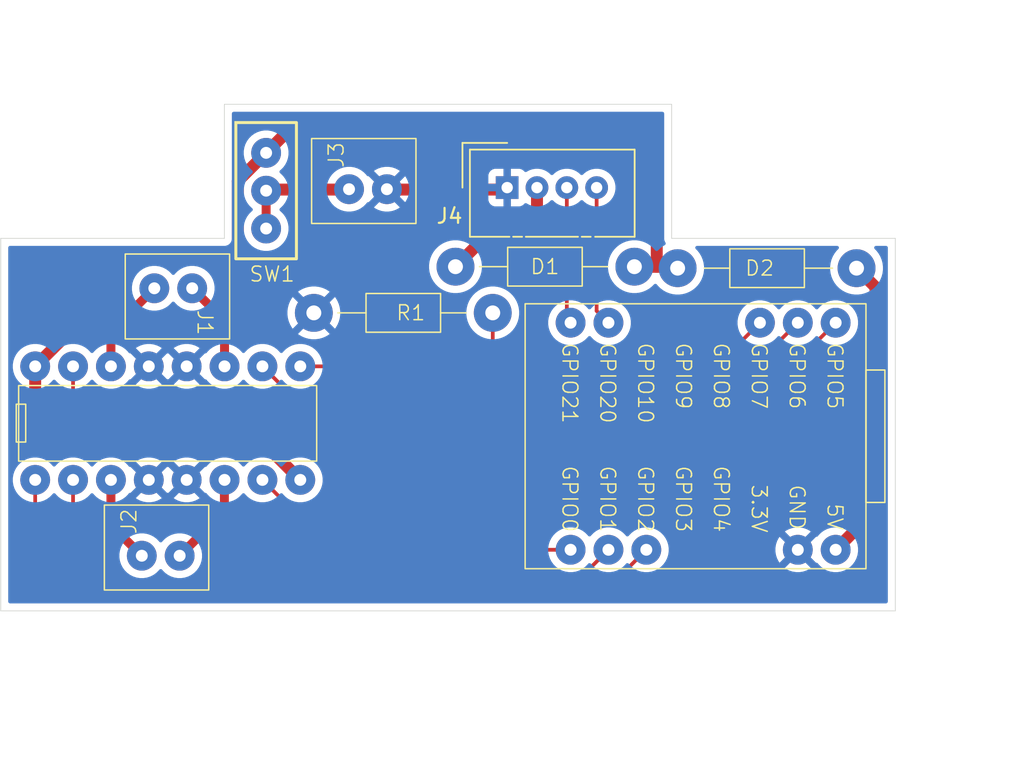
<source format=kicad_pcb>
(kicad_pcb (version 20241229) (generator "pcbnew") (generator_version "9.0")
  (layers (0 "F.Cu" signal) (2 "B.Cu" signal) (13 "F.Paste" user) (15 "B.Paste" user) (5 "F.SilkS" user "F.Silkscreen") (7 "B.SilkS" user "B.Silkscreen") (1 "F.Mask" user) (3 "B.Mask" user) (25 "Edge.Cuts" user))
  (net 0 "")
  (net 1 "Net-(J4-Pin_2)")
  (net 2 "Net-(SW1-A)")
  (net 3 "+5V")
  (net 4 "GND")
  (net 5 "Net-(J4-Pin_3)")
  (net 6 "Net-(J4-Pin_4)")
  (net 7 "Net-(U1-GPIO7)")
  (net 8 "Net-(U1-GPIO6)")
  (net 9 "Net-(U1-GPIO5)")
  (net 10 "Net-(U1-GPIO2)")
  (net 11 "Net-(U1-GPIO0)")
  (net 12 "Net-(U1-GPIO1)")
  (net 13 "Net-(U2-4Y)")
  (net 14 "Net-(U2-3Y)")
  (net 15 "Net-(U2-1Y)")
  (net 16 "Net-(U2-2Y)")
  (net 17 "Net-(SW1-B)")
  (footprint "Gilles_Library:L293D" (layer "F.Cu") (at 182.4 72.4 90)
    (property "Reference" "U2" (hide yes))
    (property "Value" "L293D" (hide yes))
    (fp_rect (start -1.27 -10.16) (end 1.27 -9.525) (stroke (width 0.1)) (fill no) (layer "F.SilkS"))
    (fp_rect (start -2.55 -10) (end 2.52 9.99) (stroke (width 0.1)) (fill no) (layer "F.SilkS"))
    (pad "1" thru_hole circle (at -3.81 -8.89 90) (size 2 2) (drill 0.8) (layers "*.Cu" "*.Mask") (net 10 "Net-(U1-GPIO2)"))
    (pad "2" thru_hole circle (at -3.81 -6.35 90) (size 2 2) (drill 0.8) (layers "*.Cu" "*.Mask") (net 12 "Net-(U1-GPIO1)"))
    (pad "3" thru_hole circle (at -3.81 -3.81 90) (size 2 2) (drill 0.8) (layers "*.Cu" "*.Mask") (net 15 "Net-(U2-1Y)"))
    (pad "4" thru_hole circle (at -3.81 -1.27 90) (size 2 2) (drill 0.8) (layers "*.Cu" "*.Mask") (net 4 "GND"))
    (pad "5" thru_hole circle (at -3.81 1.27 90) (size 2 2) (drill 0.8) (layers "*.Cu" "*.Mask") (net 4 "GND"))
    (pad "6" thru_hole circle (at -3.81 3.81 90) (size 2 2) (drill 0.8) (layers "*.Cu" "*.Mask") (net 16 "Net-(U2-2Y)"))
    (pad "7" thru_hole circle (at -3.81 6.35 90) (size 2 2) (drill 0.8) (layers "*.Cu" "*.Mask") (net 11 "Net-(U1-GPIO0)"))
    (pad "8" thru_hole circle (at -3.81 8.89 90) (size 2 2) (drill 0.8) (layers "*.Cu" "*.Mask") (net 2 "Net-(SW1-A)"))
    (pad "9" thru_hole circle (at 3.81 8.89 90) (size 2 2) (drill 0.8) (layers "*.Cu" "*.Mask") (net 7 "Net-(U1-GPIO7)"))
    (pad "10" thru_hole circle (at 3.81 6.35 90) (size 2 2) (drill 0.8) (layers "*.Cu" "*.Mask") (net 8 "Net-(U1-GPIO6)"))
    (pad "11" thru_hole circle (at 3.81 3.81 90) (size 2 2) (drill 0.8) (layers "*.Cu" "*.Mask") (net 13 "Net-(U2-4Y)"))
    (pad "12" thru_hole circle (at 3.81 1.27 90) (size 2 2) (drill 0.8) (layers "*.Cu" "*.Mask") (net 4 "GND"))
    (pad "13" thru_hole circle (at 3.81 -1.27 90) (size 2 2) (drill 0.8) (layers "*.Cu" "*.Mask") (net 4 "GND"))
    (pad "14" thru_hole circle (at 3.81 -3.81 90) (size 2 2) (drill 0.8) (layers "*.Cu" "*.Mask") (net 14 "Net-(U2-3Y)"))
    (pad "15" thru_hole circle (at 3.81 -6.35 90) (size 2 2) (drill 0.8) (layers "*.Cu" "*.Mask") (net 9 "Net-(U1-GPIO5)"))
    (pad "16" thru_hole circle (at 3.81 -8.89 90) (size 2 2) (drill 0.8) (layers "*.Cu" "*.Mask") (net 2 "Net-(SW1-A)"))
  )
  (footprint "Gilles_Library:1N5818" (layer "F.Cu") (at 207.7 61.9 -90)
    (property "Reference" "D1" (at 0 0 0) (layer "F.SilkS") (effects (font (thickness 0.1))))
    (property "Value" "1N5818" (hide yes))
    (fp_line (start 0 4.39) (end 0 2.5) (stroke (width 0.1)) (layer "F.SilkS"))
    (fp_line (start 0 -2.5) (end 0 -4.22) (stroke (width 0.1)) (layer "F.SilkS"))
    (fp_rect (start -1.3 -2.5) (end 1.3 2.5) (stroke (width 0.1)) (fill no) (layer "F.SilkS"))
    (pad "1" thru_hole circle (at 0 -6 270) (size 2.54 2.54) (drill 1) (layers "*.Cu" "*.Mask") (net 2 "Net-(SW1-A)"))
    (pad "2" thru_hole circle (at 0 6 270) (size 2.54 2.54) (drill 1) (layers "*.Cu" "*.Mask") (net 1 "Net-(J4-Pin_2)"))
  )
  (footprint "Gilles_Library:XH2.54_2P_soc" (layer "F.Cu") (at 183.2 81.3 90)
    (property "Reference" "J2" (at 2.3 -3.4 90) (layer "F.SilkS") (effects (font (thickness 0.1))))
    (property "Value" "XH2.54_2P_socket" (hide yes))
    (fp_rect (start -2.3 -5.05) (end 3.4 1.95) (stroke (width 0.1)) (fill no) (layer "F.SilkS"))
    (pad "1" thru_hole circle (at 0 0 90) (size 2 2) (drill 0.8) (layers "*.Cu" "*.Mask") (net 16 "Net-(U2-2Y)"))
    (pad "2" thru_hole circle (at 0 -2.54 90) (size 2 2) (drill 0.8) (layers "*.Cu" "*.Mask") (net 15 "Net-(U2-1Y)"))
  )
  (footprint "Gilles_Library:1N5818" (layer "F.Cu") (at 198.2 65 -90)
    (property "Reference" "R1" (at 0 -0.5 0) (layer "F.SilkS") (effects (font (thickness 0.1))))
    (property "Value" "12k" (hide yes))
    (fp_line (start 0 4.39) (end 0 2.5) (stroke (width 0.1)) (layer "F.SilkS"))
    (fp_line (start 0 -2.5) (end 0 -4.22) (stroke (width 0.1)) (layer "F.SilkS"))
    (fp_rect (start -1.3 -2.5) (end 1.3 2.5) (stroke (width 0.1)) (fill no) (layer "F.SilkS"))
    (pad "1" thru_hole circle (at 0 -6 270) (size 2.54 2.54) (drill 1) (layers "*.Cu" "*.Mask") (net 7 "Net-(U1-GPIO7)"))
    (pad "2" thru_hole circle (at 0 6 270) (size 2.54 2.54) (drill 1) (layers "*.Cu" "*.Mask") (net 4 "GND"))
  )
  (footprint "Connector:NS-Tech_Grove_1x04_P2mm_Vertical" (layer "F.Cu") (at 205.1675 56.5925 90)
    (property "Reference" "J4" (at -1.9075 -3.8675 0) (layer "F.SilkS"))
    (property "Value" "Conn_01x04_Socket" (hide yes))
    (fp_line (start 3 -3) (end 3 0) (stroke (width 0.12)) (layer "F.SilkS"))
    (fp_line (start 0 -3) (end 3 -3) (stroke (width 0.12)) (layer "F.SilkS"))
    (fp_line (start 2.55 -2.5) (end 2.55 8.55) (stroke (width 0.12)) (layer "F.SilkS"))
    (fp_line (start -3.3 -2.5) (end 2.55 -2.5) (stroke (width 0.12)) (layer "F.SilkS"))
    (fp_line (start -3.3 -2.5) (end -3.3 0.15) (stroke (width 0.12)) (layer "F.SilkS"))
    (fp_line (start -3.3 0.4) (end -3.3 1) (stroke (width 0.12)) (layer "F.SilkS"))
    (fp_line (start -3.3 1.25) (end -3.3 4.75) (stroke (width 0.12)) (layer "F.SilkS"))
    (fp_line (start -3.3 5) (end -3.3 5.6) (stroke (width 0.12)) (layer "F.SilkS"))
    (fp_line (start -3.3 5.9) (end -3.3 8.55) (stroke (width 0.12)) (layer "F.SilkS"))
    (fp_line (start -3.3 8.55) (end 2.55 8.55) (stroke (width 0.12)) (layer "F.SilkS"))
    (pad "1" thru_hole rect (at 0 0 90) (size 1.524 1.524) (drill 0.762) (layers "*.Cu" "*.Mask") (net 4 "GND"))
    (pad "2" thru_hole circle (at 0 2 90) (size 1.524 1.524) (drill 0.762) (layers "*.Cu" "*.Mask") (net 1 "Net-(J4-Pin_2)"))
    (pad "3" thru_hole circle (at 0 4 90) (size 1.524 1.524) (drill 0.762) (layers "*.Cu" "*.Mask") (net 5 "Net-(J4-Pin_3)"))
    (pad "4" thru_hole circle (at 0 6 90) (size 1.524 1.524) (drill 0.762) (layers "*.Cu" "*.Mask") (net 6 "Net-(J4-Pin_4)"))
  )
  (footprint "Gilles_Library:1N5818" (layer "F.Cu") (at 222.6 62 90)
    (property "Reference" "D2" (at 0 -0.5 0) (layer "F.SilkS") (effects (font (thickness 0.1))))
    (property "Value" "1N5818" (hide yes))
    (fp_line (start 0 -2.5) (end 0 -4.22) (stroke (width 0.1)) (layer "F.SilkS"))
    (fp_line (start 0 4.39) (end 0 2.5) (stroke (width 0.1)) (layer "F.SilkS"))
    (fp_rect (start -1.3 -2.5) (end 1.3 2.5) (stroke (width 0.1)) (fill no) (layer "F.SilkS"))
    (pad "1" thru_hole circle (at 0 -6 90) (size 2.54 2.54) (drill 1) (layers "*.Cu" "*.Mask") (net 2 "Net-(SW1-A)"))
    (pad "2" thru_hole circle (at 0 6 90) (size 2.54 2.54) (drill 1) (layers "*.Cu" "*.Mask") (net 3 "+5V"))
  )
  (footprint "robot:ESP32-C3_SUPERMINI" (layer "F.Cu") (at 218.31 73.28 -90)
    (property "Reference" "U1" (hide yes))
    (property "Value" "ESP32-C3_SUPERMINI" (hide yes))
    (fp_rect (start -8.89 -10.922) (end 8.89 11.938) (stroke (width 0.1)) (fill no) (layer "F.SilkS"))
    (fp_rect (start -4.445 -12.192) (end 4.445 -10.922) (stroke (width 0.1)) (fill no) (layer "F.SilkS"))
    (fp_text user "GPIO9" (at -6.35 1.905 270) (layer "F.SilkS") (effects (font (thickness 0.1)) (justify left bottom)))
    (fp_text user "5V" (at 4.445 -8.255 270) (layer "F.SilkS") (effects (font (thickness 0.1)) (justify left bottom)))
    (fp_text user "GPIO7" (at -6.35 -3.175 270) (layer "F.SilkS") (effects (font (thickness 0.1)) (justify left bottom)))
    (fp_text user "3.3V" (at 3.175 -3.175 270) (layer "F.SilkS") (effects (font (thickness 0.1)) (justify left bottom)))
    (fp_text user "GPIO1" (at 1.905 6.985 270) (layer "F.SilkS") (effects (font (thickness 0.1)) (justify left bottom)))
    (fp_text user "GPIO0" (at 1.905 9.525 270) (layer "F.SilkS") (effects (font (thickness 0.1)) (justify left bottom)))
    (fp_text user "GPIO21" (at -6.35 9.525 270) (layer "F.SilkS") (effects (font (thickness 0.1)) (justify left bottom)))
    (fp_text user "GPIO6" (at -6.35 -5.715 270) (layer "F.SilkS") (effects (font (thickness 0.1)) (justify left bottom)))
    (fp_text user "GPIO8" (at -6.35 -0.635 270) (layer "F.SilkS") (effects (font (thickness 0.1)) (justify left bottom)))
    (fp_text user "GPIO10" (at -6.35 4.445 270) (layer "F.SilkS") (effects (font (thickness 0.1)) (justify left bottom)))
    (fp_text user "GPIO2" (at 1.905 4.445 270) (layer "F.SilkS") (effects (font (thickness 0.1)) (justify left bottom)))
    (fp_text user "GPIO4" (at 1.905 -0.635 270) (layer "F.SilkS") (effects (font (thickness 0.1)) (justify left bottom)))
    (fp_text user "GPIO3" (at 1.905 1.905 270) (layer "F.SilkS") (effects (font (thickness 0.1)) (justify left bottom)))
    (fp_text user "GPIO20" (at -6.35 6.985 270) (layer "F.SilkS") (effects (font (thickness 0.1)) (justify left bottom)))
    (fp_text user "GND" (at 3.175 -5.715 270) (layer "F.SilkS") (effects (font (thickness 0.1)) (justify left bottom)))
    (fp_text user "GPIO5" (at -6.35 -8.255 270) (layer "F.SilkS") (effects (font (thickness 0.1)) (justify left bottom)))
    (pad "1" thru_hole circle (at 7.62 -8.89 270) (size 2 2) (drill 0.8) (layers "*.Cu" "*.Mask") (net 3 "+5V"))
    (pad "2" thru_hole circle (at 7.62 -6.35 270) (size 2 2) (drill 0.8) (layers "*.Cu" "*.Mask") (net 4 "GND"))
    (pad "6" thru_hole circle (at 7.62 3.81 270) (size 2 2) (drill 0.8) (layers "*.Cu" "*.Mask") (net 10 "Net-(U1-GPIO2)"))
    (pad "7" thru_hole circle (at 7.62 6.35 270) (size 2 2) (drill 0.8) (layers "*.Cu" "*.Mask") (net 12 "Net-(U1-GPIO1)"))
    (pad "8" thru_hole circle (at 7.62 8.89 270) (size 2 2) (drill 0.8) (layers "*.Cu" "*.Mask") (net 11 "Net-(U1-GPIO0)"))
    (pad "9" thru_hole circle (at -7.62 -8.89 270) (size 2 2) (drill 0.8) (layers "*.Cu" "*.Mask") (net 9 "Net-(U1-GPIO5)"))
    (pad "10" thru_hole circle (at -7.62 -6.35 270) (size 2 2) (drill 0.8) (layers "*.Cu" "*.Mask") (net 8 "Net-(U1-GPIO6)"))
    (pad "11" thru_hole circle (at -7.62 -3.81 270) (size 2 2) (drill 0.8) (layers "*.Cu" "*.Mask") (net 7 "Net-(U1-GPIO7)"))
    (pad "15" thru_hole circle (at -7.62 6.35 270) (size 2 2) (drill 0.8) (layers "*.Cu" "*.Mask") (net 6 "Net-(J4-Pin_4)"))
    (pad "16" thru_hole circle (at -7.62 8.89 270) (size 2 2) (drill 0.8) (layers "*.Cu" "*.Mask") (net 5 "Net-(J4-Pin_3)"))
  )
  (footprint "Gilles_Library:SW_MINI_X1" (layer "F.Cu") (at 189 56.8)
    (property "Reference" "SW1" (at 0.4 5.6 0) (layer "F.SilkS") (effects (font (thickness 0.1))))
    (property "Value" "SW_MINI_x1" (hide yes))
    (fp_rect (start -2.032 -4.572) (end 2.032 4.572) (stroke (width 0.2)) (fill no) (layer "F.SilkS"))
    (pad "1" thru_hole circle (at 0 -2.54) (size 2 2) (drill 0.8) (layers "*.Cu" "*.Mask") (net 2 "Net-(SW1-A)"))
    (pad "2" thru_hole circle (at 0 0) (size 2 2) (drill 0.8) (layers "*.Cu" "*.Mask") (net 17 "Net-(SW1-B)"))
    (pad "3" thru_hole circle (at 0 2.54) (size 2 2) (drill 0.8) (layers "*.Cu" "*.Mask") (net 17 "Net-(SW1-B)"))
  )
  (footprint "Gilles_Library:XH2.54_2P_soc" (layer "F.Cu") (at 197.1 56.7 90)
    (property "Reference" "J3" (at 2.3 -3.4 90) (layer "F.SilkS") (effects (font (thickness 0.1))))
    (property "Value" "XH2.54_2P_socket" (hide yes))
    (fp_rect (start -2.3 -5.05) (end 3.4 1.95) (stroke (width 0.1)) (fill no) (layer "F.SilkS"))
    (pad "1" thru_hole circle (at 0 0 90) (size 2 2) (drill 0.8) (layers "*.Cu" "*.Mask") (net 4 "GND"))
    (pad "2" thru_hole circle (at 0 -2.54 90) (size 2 2) (drill 0.8) (layers "*.Cu" "*.Mask") (net 17 "Net-(SW1-B)"))
  )
  (footprint "Gilles_Library:XH2.54_2P_soc" (layer "F.Cu") (at 181.5 63.35 -90)
    (property "Reference" "J1" (at 2.3 -3.4 270) (layer "F.SilkS") (effects (font (thickness 0.1))))
    (property "Value" "XH2.54_2P_socket" (hide yes))
    (fp_rect (start -2.3 -5.05) (end 3.4 1.95) (stroke (width 0.1)) (fill no) (layer "F.SilkS"))
    (pad "1" thru_hole circle (at 0 0 270) (size 2 2) (drill 0.8) (layers "*.Cu" "*.Mask") (net 14 "Net-(U2-3Y)"))
    (pad "2" thru_hole circle (at 0 -2.54 270) (size 2 2) (drill 0.8) (layers "*.Cu" "*.Mask") (net 13 "Net-(U2-4Y)"))
  )
  (gr_line (start 186.2 60) (end 186.2 51) (stroke (width 0.05)) (layer "Edge.Cuts"))
  (gr_line (start 231.2 60) (end 231.2 85) (stroke (width 0.05)) (layer "Edge.Cuts"))
  (gr_line (start 216.2 51) (end 216.2 60) (stroke (width 0.05)) (layer "Edge.Cuts"))
  (gr_line (start 216.2 60) (end 231.2 60) (stroke (width 0.05)) (layer "Edge.Cuts"))
  (gr_line (start 186.2 51) (end 216.2 51) (stroke (width 0.05)) (layer "Edge.Cuts"))
  (gr_line (start 171.2 60) (end 186.2 60) (stroke (width 0.05)) (layer "Edge.Cuts"))
  (gr_line (start 171.2 85) (end 171.2 60) (stroke (width 0.05)) (layer "Edge.Cuts"))
  (gr_line (start 231.2 85) (end 171.2 85) (stroke (width 0.05)) (layer "Edge.Cuts"))
  (segment (start 204.7 58.9) (end 206.2 58.9) (width 0.8) (layer "F.Cu") (net 1))
  (segment (start 207.1675 57.9325) (end 207.1675 56.5925) (width 0.8) (layer "F.Cu") (net 1))
  (segment (start 201.7 61.9) (end 204.7 58.9) (width 0.8) (layer "F.Cu") (net 1))
  (segment (start 206.2 58.9) (end 207.1675 57.9325) (width 0.8) (layer "F.Cu") (net 1))
  (segment (start 190.36 52.9) (end 214.2 52.9) (width 0.8) (layer "F.Cu") (net 2))
  (segment (start 173.51 68.59) (end 173.51 71.21) (width 0.8) (layer "F.Cu") (net 2))
  (segment (start 213.7 61.9) (end 215.2 61.9) (width 0.8) (layer "F.Cu") (net 2))
  (segment (start 215.2 61.9) (end 216.5 61.9) (width 0.8) (layer "F.Cu") (net 2))
  (segment (start 216.5 61.9) (end 216.6 62) (width 0.8) (layer "F.Cu") (net 2))
  (segment (start 189.08 74) (end 191.29 76.21) (width 0.8) (layer "F.Cu") (net 2))
  (segment (start 173.51 71.21) (end 176.3 74) (width 0.8) (layer "F.Cu") (net 2))
  (segment (start 187.101 60.899) (end 186.9 61.1) (width 0.8) (layer "F.Cu") (net 2))
  (segment (start 215.2 53.9) (end 215.2 61.9) (width 0.8) (layer "F.Cu") (net 2))
  (segment (start 181 61.1) (end 173.51 68.59) (width 0.8) (layer "F.Cu") (net 2))
  (segment (start 186.9 61.1) (end 181 61.1) (width 0.8) (layer "F.Cu") (net 2))
  (segment (start 189 54.26) (end 187.101 56.159) (width 0.8) (layer "F.Cu") (net 2))
  (segment (start 187.101 56.159) (end 187.101 60.899) (width 0.8) (layer "F.Cu") (net 2))
  (segment (start 213.7 61.9) (end 216.5 61.9) (width 0.8) (layer "F.Cu") (net 2))
  (segment (start 176.3 74) (end 189.08 74) (width 0.8) (layer "F.Cu") (net 2))
  (segment (start 189 54.26) (end 190.36 52.9) (width 0.8) (layer "F.Cu") (net 2))
  (segment (start 214.2 52.9) (end 215.2 53.9) (width 0.8) (layer "F.Cu") (net 2))
  (segment (start 229.87 63.27) (end 229.87 78.23) (width 0.8) (layer "F.Cu") (net 3))
  (segment (start 228.6 62) (end 229.87 63.27) (width 0.8) (layer "F.Cu") (net 3))
  (segment (start 229.87 78.23) (end 227.2 80.9) (width 0.8) (layer "F.Cu") (net 3))
  (segment (start 205.035 56.725) (end 205.1675 56.5925) (width 0.8) (layer "F.Cu") (net 4))
  (segment (start 197.05 56.725) (end 205.035 56.725) (width 0.8) (layer "F.Cu") (net 4))
  (segment (start 209.1675 56.5925) (end 209.1675 65.4075) (width 0.25) (layer "F.Cu") (net 5))
  (segment (start 209.8675 65.2125) (end 209.42 65.66) (width 0.25) (layer "F.Cu") (net 5))
  (segment (start 209.1675 65.4075) (end 209.42 65.66) (width 0.25) (layer "F.Cu") (net 5))
  (segment (start 211.1675 56.5925) (end 211.1675 64.8675) (width 0.25) (layer "F.Cu") (net 6))
  (segment (start 211.1675 64.8675) (end 211.96 65.66) (width 0.25) (layer "F.Cu") (net 6))
  (segment (start 222.12 65.66) (end 219.19 68.59) (width 0.25) (layer "F.Cu") (net 7))
  (segment (start 204.2 68.59) (end 201.8 68.59) (width 0.25) (layer "F.Cu") (net 7))
  (segment (start 201.8 68.59) (end 191.29 68.59) (width 0.25) (layer "F.Cu") (net 7))
  (segment (start 204.2 65) (end 204.2 68.59) (width 0.25) (layer "F.Cu") (net 7))
  (segment (start 219.19 68.59) (end 204.2 68.59) (width 0.25) (layer "F.Cu") (net 7))
  (segment (start 224.66 65.66) (end 219.02 71.3) (width 0.25) (layer "F.Cu") (net 8))
  (segment (start 219.02 71.3) (end 191.46 71.3) (width 0.25) (layer "F.Cu") (net 8))
  (segment (start 191.46 71.3) (end 188.75 68.59) (width 0.25) (layer "F.Cu") (net 8))
  (segment (start 176.05 70.75) (end 176.05 68.59) (width 0.25) (layer "F.Cu") (net 9))
  (segment (start 177.5 72.7) (end 176 71.2) (width 0.25) (layer "F.Cu") (net 9))
  (segment (start 227.2 65.66) (end 220.16 72.7) (width 0.25) (layer "F.Cu") (net 9))
  (segment (start 176 70.8) (end 176.05 70.75) (width 0.25) (layer "F.Cu") (net 9))
  (segment (start 176 71.2) (end 176 70.8) (width 0.25) (layer "F.Cu") (net 9))
  (segment (start 220.16 72.7) (end 177.5 72.7) (width 0.25) (layer "F.Cu") (net 9))
  (segment (start 211.4 84) (end 178.3 84) (width 0.25) (layer "F.Cu") (net 10))
  (segment (start 178.3 84) (end 173.5 79.2) (width 0.25) (layer "F.Cu") (net 10))
  (segment (start 173.5 79.2) (end 173.51 79.19) (width 0.25) (layer "F.Cu") (net 10))
  (segment (start 214.5 80.9) (end 211.4 84) (width 0.25) (layer "F.Cu") (net 10))
  (segment (start 173.51 79.19) (end 173.51 76.21) (width 0.25) (layer "F.Cu") (net 10))
  (segment (start 209.42 80.9) (end 193.44 80.9) (width 0.25) (layer "F.Cu") (net 11))
  (segment (start 193.44 80.9) (end 188.75 76.21) (width 0.25) (layer "F.Cu") (net 11))
  (segment (start 178.5 83) (end 176.05 80.55) (width 0.25) (layer "F.Cu") (net 12))
  (segment (start 176.05 80.55) (end 176.05 76.21) (width 0.25) (layer "F.Cu") (net 12))
  (segment (start 211.96 80.9) (end 209.86 83) (width 0.25) (layer "F.Cu") (net 12))
  (segment (start 209.86 83) (end 178.5 83) (width 0.25) (layer "F.Cu") (net 12))
  (segment (start 184.04 63.35) (end 186.3 65.61) (width 0.6) (layer "F.Cu") (net 13))
  (segment (start 186.3 66.4) (end 186.21 66.49) (width 0.6) (layer "F.Cu") (net 13))
  (segment (start 186.3 65.61) (end 186.3 66.4) (width 0.6) (layer "F.Cu") (net 13))
  (segment (start 186.21 66.49) (end 186.21 68.59) (width 0.6) (layer "F.Cu") (net 13))
  (segment (start 178.9 66) (end 178.9 65.95) (width 0.6) (layer "F.Cu") (net 14))
  (segment (start 178.9 65.95) (end 181.5 63.35) (width 0.6) (layer "F.Cu") (net 14))
  (segment (start 178.59 68.59) (end 178.59 66.31) (width 0.6) (layer "F.Cu") (net 14))
  (segment (start 178.59 66.31) (end 178.9 66) (width 0.6) (layer "F.Cu") (net 14))
  (segment (start 179.5 80.14) (end 180.66 81.3) (width 0.6) (layer "F.Cu") (net 15))
  (segment (start 179.5 80.1) (end 179.5 80.14) (width 0.6) (layer "F.Cu") (net 15))
  (segment (start 178.59 79.19) (end 179.5 80.1) (width 0.6) (layer "F.Cu") (net 15))
  (segment (start 178.59 76.21) (end 178.59 79.19) (width 0.6) (layer "F.Cu") (net 15))
  (segment (start 186.2 76.22) (end 186.2 78.3) (width 0.6) (layer "F.Cu") (net 16))
  (segment (start 186.2 78.3) (end 183.2 81.3) (width 0.6) (layer "F.Cu") (net 16))
  (segment (start 183.64 80.7) (end 183.7 80.7) (width 0.6) (layer "F.Cu") (net 16))
  (segment (start 186.21 76.21) (end 186.2 76.22) (width 0.6) (layer "F.Cu") (net 16))
  (segment (start 189.075 56.725) (end 189 56.8) (width 0.8) (layer "F.Cu") (net 17))
  (segment (start 194.51 56.725) (end 189.075 56.725) (width 0.8) (layer "F.Cu") (net 17))
  (segment (start 189 59.34) (end 189 56.8) (width 0.6) (layer "F.Cu") (net 17))
  (zone (net 4) (net_name "GND") (layer "B.Cu") (connect_pads (clearance 0.5)) (min_thickness 0.25) (fill yes (thermal_gap 0.5) (thermal_bridge_width 0.5))
    (polygon (pts (xy 186.2 51) (xy 216.2 51) (xy 216.2 60) (xy 231.2 60) (xy 231.2 85) (xy 171.2 85) (xy 171.2 60) (xy 186.2 60)))
  )
)
</source>
